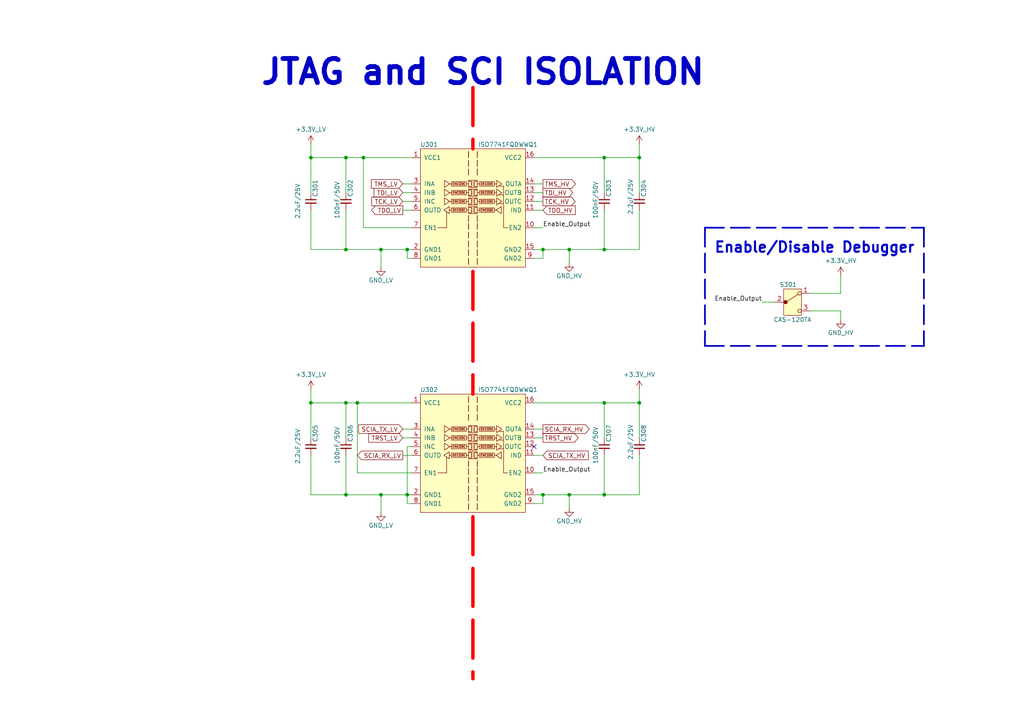
<source format=kicad_sch>
(kicad_sch (version 20211123) (generator eeschema)
  (paper "A4")
  (title_block (title "LCB-CCB-01: Control Board - Isolation") (date "2022-03-17") (rev "0.1") (company "PADERBORN UNIVERSITY DEPARTMENT OF POWER ELECTRONICS AND ELECTRICAL DRIVES"))
  (lib_symbols
    (symbol "LEA_SymbolLibrary:+3.3V_HV" (power) (pin_numbers hide) (pin_names (offset 0))
      (property "Value" "+3.3V_HV" (at 0 5.08 0))
      (symbol "+3.3V_HV_1_1"
        (polyline (pts (xy -0.762 1.27) (xy 0 2.54)))
        (polyline (pts (xy 0 0) (xy 0 2.54)))
        (polyline (pts (xy 0 2.54) (xy 0.762 1.27)))
        (pin power_in line (at 0 0 90) (length 0) hide (name "+3.3V_HV") (number "1"))
      )
    )
    (symbol "LEA_SymbolLibrary:+3.3V_LV" (power) (pin_numbers hide) (pin_names (offset 0))
      (property "Value" "+3.3V_LV" (at 0 5.08 0))
      (symbol "+3.3V_LV_1_1"
        (polyline (pts (xy -0.762 1.27) (xy 0 2.54)))
        (polyline (pts (xy 0 0) (xy 0 2.54)))
        (polyline (pts (xy 0 2.54) (xy 0.762 1.27)))
        (pin power_in line (at 0 0 90) (length 0) hide (name "+3.3V_LV") (number "1"))
      )
    )
    (symbol "LEA_SymbolLibrary:CAS-120TA" (pin_names hide)
      (property "Reference" "S" (at 0 5.08 0))
      (property "Value" "CAS-120TA" (at 0 7.62 0))
      (symbol "CAS-120TA_1_1"
        (circle (center -2.032 0) (radius 0.508) (fill (type outline)))
        (polyline (pts (xy -1.524 0.254) (xy 1.651 2.286)))
        (circle (center 2.032 -2.54) (radius 0.508))
        (circle (center 2.032 2.54) (radius 0.508))
        (rectangle (start 2.54 -3.81) (end -2.54 3.81) (fill (type background)))
        (pin passive line (at 5.08 2.54 180) (length 2.54) (name "1") (number "1"))
        (pin passive line (at -5.08 0 0) (length 2.54) (name "2") (number "2"))
        (pin passive line (at 5.08 -2.54 180) (length 2.54) (name "3") (number "3"))
      )
    )
    (symbol "LEA_SymbolLibrary:C_0402" (pin_numbers hide) (pin_names (offset 0.254) hide)
      (property "Reference" "C" (at 0.254 1.778 0))
      (property "Value" "C_0402" (at 0.254 -2.032 0))
      (symbol "C_0402_0_1"
        (polyline (pts (xy -1.524 -0.508) (xy 1.524 -0.508)) (stroke (width 0.3302)))
        (polyline (pts (xy -1.524 0.508) (xy 1.524 0.508)) (stroke (width 0.3048)))
      )
      (symbol "C_0402_1_1"
        (pin passive line (at 0 2.54 270) (length 2.032) (name "1") (number "1"))
        (pin passive line (at 0 -2.54 90) (length 2.032) (name "2") (number "2"))
      )
    )
    (symbol "LEA_SymbolLibrary:GND_HV" (power) (pin_numbers hide) (pin_names (offset 0))
      (property "Value" "GND_HV" (at -2.54 5.08 0))
      (symbol "GND_HV_1_1"
        (polyline (pts (xy 0 0) (xy 0 -1.27) (xy 1.27 -1.27) (xy 0 -2.54) (xy -1.27 -1.27) (xy 0 -1.27)))
        (pin power_in line (at 0 0 90) (length 0) hide (name "GND_HV") (number "1"))
      )
    )
    (symbol "LEA_SymbolLibrary:GND_LV" (power) (pin_numbers hide) (pin_names (offset 0))
      (property "Value" "GND_LV" (at 0 -5.08 0))
      (symbol "GND_LV_1_1"
        (polyline (pts (xy 0 0) (xy 0 -1.27) (xy 1.27 -1.27) (xy 0 -2.54) (xy -1.27 -1.27) (xy 0 -1.27)))
        (pin power_in line (at 0 0 90) (length 0) hide (name "GND_LV") (number "1"))
      )
    )
    (symbol "LEA_SymbolLibrary:ISO7741FQDWWQ1" (pin_names (offset 1.016))
      (property "Reference" "IC" (at -14.224 15.24 0))
      (property "Value" "ISO7741FQDWWQ1" (at -6.858 -21.844 0))
      (symbol "ISO7741FQDWWQ1_0_1"
        (rectangle (start -15.24 13.97) (end 15.24 -20.32) (fill (type background)))
        (rectangle (start -10.16 -8.89) (end -7.62 -8.89))
        (rectangle (start -7.62 -8.89) (end -7.62 -5.08))
        (rectangle (start -7.62 -5.08) (end -7.62 -4.318))
        (polyline (pts (xy 10.16 -8.89) (xy 8.89 -8.89) (xy 8.89 -1.905) (xy 7.62 -1.905) (xy 8.89 -1.905) (xy 8.89 0.635) (xy 7.62 0.635) (xy 8.89 0.635) (xy 8.89 3.175) (xy 7.62 3.175)))
      )
      (symbol "ISO7741FQDWWQ1_1_1"
        (rectangle (start -1.905 -3.1496) (end -6.223 -4.4196))
        (rectangle (start -1.905 -0.635) (end -6.223 -1.905))
        (rectangle (start -1.905 1.905) (end -6.223 0.635))
        (rectangle (start -1.905 4.445) (end -6.223 3.175))
        (rectangle (start -1.27 -0.254) (end 1.27 -2.286))
        (rectangle (start -1.27 2.286) (end 1.27 0.254))
        (rectangle (start -1.27 4.826) (end 1.27 2.794))
        (arc (start -0.508 -4.5466) (mid -0.254 -4.2926) (end -0.508 -4.0386))
        (arc (start -0.508 -4.0386) (mid -0.254 -3.7846) (end -0.508 -3.5306))
        (arc (start -0.508 -3.5306) (mid -0.254 -3.2766) (end -0.508 -3.0226))
        (arc (start -0.508 -2.032) (mid -0.254 -1.778) (end -0.508 -1.524))
        (arc (start -0.508 -1.524) (mid -0.254 -1.27) (end -0.508 -1.016))
        (arc (start -0.508 -1.016) (mid -0.254 -0.762) (end -0.508 -0.508))
        (arc (start -0.508 0.508) (mid -0.254 0.762) (end -0.508 1.016))
        (arc (start -0.508 1.016) (mid -0.254 1.27) (end -0.508 1.524))
        (arc (start -0.508 1.524) (mid -0.254 1.778) (end -0.508 2.032))
        (arc (start -0.508 3.048) (mid -0.254 3.302) (end -0.508 3.556))
        (arc (start -0.508 3.556) (mid -0.254 3.81) (end -0.508 4.064))
        (arc (start -0.508 4.064) (mid -0.254 4.318) (end -0.508 4.572))
        (polyline (pts (xy -6.223 -3.7846) (xy -6.858 -3.7846)))
        (polyline (pts (xy -6.223 -1.27) (xy -6.858 -1.27)))
        (polyline (pts (xy -6.223 1.27) (xy -6.858 1.27)))
        (polyline (pts (xy -6.223 3.81) (xy -6.858 3.81)))
        (polyline (pts (xy -1.905 -3.7846) (xy -1.27 -3.7846)))
        (polyline (pts (xy -1.905 -1.27) (xy -1.27 -1.27)))
        (polyline (pts (xy -1.905 1.27) (xy -1.27 1.27)))
        (polyline (pts (xy -1.905 3.81) (xy -1.27 3.81)))
        (polyline (pts (xy -1.27 -4.5466) (xy -0.508 -4.5466)))
        (polyline (pts (xy -1.27 -3.0226) (xy -0.508 -3.0226)))
        (polyline (pts (xy -1.27 -2.032) (xy -0.508 -2.032)))
        (polyline (pts (xy -1.27 -0.508) (xy -0.508 -0.508)))
        (polyline (pts (xy -1.27 0.508) (xy -0.508 0.508)))
        (polyline (pts (xy -1.27 2.032) (xy -0.508 2.032)))
        (polyline (pts (xy -1.27 3.048) (xy -0.508 3.048)))
        (polyline (pts (xy -1.27 4.572) (xy -0.508 4.572)))
        (polyline (pts (xy 0 -22.098) (xy 0 -22.098)) (stroke (width 0.4064)))
        (polyline (pts (xy 0 -18.288) (xy 0 -18.288)) (stroke (width 0.1016)))
        (polyline (pts (xy 0 -17.018) (xy 0 -17.018)) (stroke (width 0.4064)))
        (polyline (pts (xy 0 -13.208) (xy 0 -13.208)) (stroke (width 0.1016)))
        (polyline (pts (xy 0 -11.938) (xy 0 -11.938)) (stroke (width 0.4064)))
        (polyline (pts (xy 0 -8.128) (xy 0 -8.128)) (stroke (width 0.1016)))
        (polyline (pts (xy 0 -7.112) (xy 0 -7.112)) (stroke (width 0.4064)))
        (polyline (pts (xy 0 -3.302) (xy 0 -3.302)) (stroke (width 0.1016)))
        (polyline (pts (xy 0 3.81) (xy 0 3.81)) (stroke (width 0.4064)))
        (polyline (pts (xy 0 7.62) (xy 0 7.62)) (stroke (width 0.1016)))
        (polyline (pts (xy 0 8.89) (xy 0 8.89)) (stroke (width 0.4064)))
        (polyline (pts (xy 0 12.7) (xy 0 12.7)) (stroke (width 0.1016)))
        (polyline (pts (xy 1.27 -4.5466) (xy 0.508 -4.5466)))
        (polyline (pts (xy 1.27 -3.0226) (xy 0.508 -3.0226)))
        (polyline (pts (xy 1.27 -2.032) (xy 0.508 -2.032)))
        (polyline (pts (xy 1.27 -0.508) (xy 0.508 -0.508)))
        (polyline (pts (xy 1.27 0.508) (xy 0.508 0.508)))
        (polyline (pts (xy 1.27 2.032) (xy 0.508 2.032)))
        (polyline (pts (xy 1.27 3.048) (xy 0.508 3.048)))
        (polyline (pts (xy 1.27 4.572) (xy 0.508 4.572)))
        (polyline (pts (xy 1.905 -3.7846) (xy 1.27 -3.7846)))
        (polyline (pts (xy 1.905 -1.27) (xy 1.27 -1.27)))
        (polyline (pts (xy 1.905 1.27) (xy 1.27 1.27)))
        (polyline (pts (xy 1.905 3.81) (xy 1.27 3.81)))
        (polyline (pts (xy 6.223 -3.7846) (xy 6.858 -3.7846)))
        (polyline (pts (xy 6.223 -1.27) (xy 6.858 -1.27)))
        (polyline (pts (xy 6.223 1.27) (xy 6.858 1.27)))
        (polyline (pts (xy 6.223 3.81) (xy 6.858 3.81)))
        (polyline (pts (xy -1.27 -17.78) (xy -1.27 -19.304) (xy -1.27 -19.558)) (stroke (width 0.2032)))
        (polyline (pts (xy -1.27 -15.24) (xy -1.27 -16.764) (xy -1.27 -17.018)) (stroke (width 0.2032)))
        (polyline (pts (xy -1.27 -12.7) (xy -1.27 -14.224) (xy -1.27 -14.478)) (stroke (width 0.2032)))
        (polyline (pts (xy -1.27 -10.16) (xy -1.27 -11.684) (xy -1.27 -11.938)) (stroke (width 0.2032)))
        (polyline (pts (xy -1.27 -7.62) (xy -1.27 -9.144) (xy -1.27 -9.398)) (stroke (width 0.2032)))
        (polyline (pts (xy -1.27 -5.334) (xy -1.27 -6.858) (xy -1.27 -7.112)) (stroke (width 0.2032)))
        (polyline (pts (xy -1.27 8.128) (xy -1.27 6.604) (xy -1.27 6.35)) (stroke (width 0.2032)))
        (polyline (pts (xy -1.27 10.668) (xy -1.27 9.144) (xy -1.27 8.89)) (stroke (width 0.2032)))
        (polyline (pts (xy -1.27 13.208) (xy -1.27 11.684) (xy -1.27 11.43)) (stroke (width 0.2032)))
        (polyline (pts (xy 1.27 -17.78) (xy 1.27 -19.304) (xy 1.27 -19.558)) (stroke (width 0.2032)))
        (polyline (pts (xy 1.27 -15.24) (xy 1.27 -16.764) (xy 1.27 -17.018)) (stroke (width 0.2032)))
        (polyline (pts (xy 1.27 -12.7) (xy 1.27 -14.224) (xy 1.27 -14.478)) (stroke (width 0.2032)))
        (polyline (pts (xy 1.27 -10.16) (xy 1.27 -11.684) (xy 1.27 -11.938)) (stroke (width 0.2032)))
        (polyline (pts (xy 1.27 -7.62) (xy 1.27 -9.144) (xy 1.27 -9.398)) (stroke (width 0.2032)))
        (polyline (pts (xy 1.27 -5.334) (xy 1.27 -6.858) (xy 1.27 -7.112)) (stroke (width 0.2032)))
        (polyline (pts (xy 1.27 8.128) (xy 1.27 6.604) (xy 1.27 6.35)) (stroke (width 0.2032)))
        (polyline (pts (xy 1.27 10.668) (xy 1.27 9.144) (xy 1.27 8.89)) (stroke (width 0.2032)))
        (polyline (pts (xy 1.27 13.208) (xy 1.27 11.684) (xy 1.27 11.43)) (stroke (width 0.2032)))
        (polyline (pts (xy -8.382 -3.7846) (xy -6.858 -2.7686) (xy -6.858 -4.8006) (xy -8.382 -3.7846)))
        (polyline (pts (xy -6.731 -1.27) (xy -8.255 -0.254) (xy -8.255 -2.286) (xy -6.731 -1.27)))
        (polyline (pts (xy -6.731 1.27) (xy -8.255 2.286) (xy -8.255 0.254) (xy -6.731 1.27)))
        (polyline (pts (xy -6.731 3.81) (xy -8.255 4.826) (xy -8.255 2.794) (xy -6.731 3.81)))
        (polyline (pts (xy 6.731 -3.7846) (xy 8.255 -2.7686) (xy 8.255 -4.8006) (xy 6.731 -3.7846)))
        (polyline (pts (xy 8.382 -1.27) (xy 6.858 -0.254) (xy 6.858 -2.286) (xy 8.382 -1.27)))
        (polyline (pts (xy 8.382 1.27) (xy 6.858 2.286) (xy 6.858 0.254) (xy 8.382 1.27)))
        (polyline (pts (xy 8.382 3.81) (xy 6.858 4.826) (xy 6.858 2.794) (xy 8.382 3.81)))
        (arc (start 0.508 -4.0386) (mid 0.254 -4.2926) (end 0.508 -4.5466))
        (arc (start 0.508 -3.5306) (mid 0.254 -3.7846) (end 0.508 -4.0386))
        (arc (start 0.508 -3.0226) (mid 0.254 -3.2766) (end 0.508 -3.5306))
        (arc (start 0.508 -1.524) (mid 0.254 -1.778) (end 0.508 -2.032))
        (arc (start 0.508 -1.016) (mid 0.254 -1.27) (end 0.508 -1.524))
        (arc (start 0.508 -0.508) (mid 0.254 -0.762) (end 0.508 -1.016))
        (arc (start 0.508 1.016) (mid 0.254 0.762) (end 0.508 0.508))
        (arc (start 0.508 1.524) (mid 0.254 1.27) (end 0.508 1.016))
        (arc (start 0.508 2.032) (mid 0.254 1.778) (end 0.508 1.524))
        (arc (start 0.508 3.556) (mid 0.254 3.302) (end 0.508 3.048))
        (arc (start 0.508 4.064) (mid 0.254 3.81) (end 0.508 3.556))
        (arc (start 0.508 4.572) (mid 0.254 4.318) (end 0.508 4.064))
        (rectangle (start 1.27 -2.7686) (end -1.27 -4.8006))
        (rectangle (start 1.905 -3.1496) (end 6.223 -4.4196))
        (rectangle (start 1.905 -0.635) (end 6.223 -1.905))
        (rectangle (start 1.905 1.905) (end 6.223 0.635))
        (rectangle (start 1.905 4.445) (end 6.223 3.175))
        (text "DECODE" (at -4.064 -3.7846 0) (effects (font (size 0.635 0.635))))
        (text "DECODE" (at 4.064 -1.27 0) (effects (font (size 0.635 0.635))))
        (text "DECODE" (at 4.064 1.27 0) (effects (font (size 0.635 0.635))))
        (text "DECODE" (at 4.064 3.81 0) (effects (font (size 0.635 0.635))))
        (text "ENCODE" (at -4.064 -1.27 0) (effects (font (size 0.635 0.635))))
        (text "ENCODE" (at -4.064 1.27 0) (effects (font (size 0.635 0.635))))
        (text "ENCODE" (at -4.064 3.81 0) (effects (font (size 0.635 0.635))))
        (text "ENCODE" (at 4.064 -3.7846 0) (effects (font (size 0.635 0.635))))
        (pin power_in line (at -17.78 11.43 0) (length 2.54) (name "VCC1") (number "1"))
        (pin passive line (at 17.78 -8.89 180) (length 2.54) (name "EN2") (number "10"))
        (pin input line (at 17.78 -3.81 180) (length 2.54) (name "IND") (number "11"))
        (pin output line (at 17.78 -1.27 180) (length 2.54) (name "OUTC") (number "12"))
        (pin output line (at 17.78 1.27 180) (length 2.54) (name "OUTB") (number "13"))
        (pin output line (at 17.78 3.81 180) (length 2.54) (name "OUTA") (number "14"))
        (pin power_in line (at 17.78 -15.24 180) (length 2.54) (name "GND2") (number "15"))
        (pin power_in line (at 17.78 11.43 180) (length 2.54) (name "VCC2") (number "16"))
        (pin power_in line (at -17.78 -15.24 0) (length 2.54) (name "GND1") (number "2"))
        (pin input line (at -17.78 3.81 0) (length 2.54) (name "INA") (number "3"))
        (pin input line (at -17.78 1.27 0) (length 2.54) (name "INB") (number "4"))
        (pin input line (at -17.78 -1.27 0) (length 2.54) (name "INC") (number "5"))
        (pin output line (at -17.78 -3.81 0) (length 2.54) (name "OUTD") (number "6"))
        (pin passive line (at -17.78 -8.89 0) (length 2.54) (name "EN1") (number "7"))
        (pin power_in line (at -17.78 -17.78 0) (length 2.54) (name "GND1") (number "8"))
        (pin power_in line (at 17.78 -17.78 180) (length 2.54) (name "GND2") (number "9"))
      )
    )
  )
  (junction (at 175.26 72.39))
  (junction (at 90.17 116.84))
  (junction (at 100.33 45.72))
  (junction (at 100.33 143.51))
  (junction (at 157.48 72.39))
  (junction (at 105.41 45.72))
  (junction (at 110.49 143.51))
  (junction (at 110.49 72.39))
  (junction (at 103.632 116.84))
  (junction (at 175.26 116.84))
  (junction (at 157.48 143.51))
  (junction (at 90.17 45.72))
  (junction (at 100.33 72.39))
  (junction (at 100.33 116.84))
  (junction (at 185.42 116.84))
  (junction (at 118.11 143.51))
  (junction (at 118.11 72.39))
  (junction (at 175.26 143.51))
  (junction (at 165.1 72.39))
  (junction (at 185.42 45.72))
  (junction (at 175.26 45.72))
  (junction (at 165.1 143.51))
  (no_connect (at 154.94 129.54))
  (wire (pts (xy 157.48 72.39) (xy 165.1 72.39)))
  (wire (pts (xy 154.94 53.34) (xy 157.48 53.34)))
  (wire (pts (xy 175.26 132.08) (xy 175.26 143.51)))
  (wire (pts (xy 165.1 72.39) (xy 175.26 72.39)))
  (wire (pts (xy 119.38 129.54) (xy 118.11 129.54)))
  (wire (pts (xy 175.26 116.84) (xy 185.42 116.84)))
  (wire (pts (xy 116.84 53.34) (xy 119.38 53.34)))
  (wire (pts (xy 154.94 66.04) (xy 157.48 66.04)))
  (wire (pts (xy 154.94 137.16) (xy 157.48 137.16)))
  (wire (pts (xy 90.17 55.88) (xy 90.17 45.72)))
  (wire (pts (xy 185.42 132.08) (xy 185.42 143.51)))
  (wire (pts (xy 103.632 137.16) (xy 103.632 116.84)))
  (wire (pts (xy 100.33 116.84) (xy 103.632 116.84)))
  (wire (pts (xy 185.42 45.72) (xy 185.42 41.91)))
  (wire (pts (xy 119.38 146.05) (xy 118.11 146.05)))
  (wire (pts (xy 154.94 58.42) (xy 157.48 58.42)))
  (wire (pts (xy 154.94 74.93) (xy 157.48 74.93)))
  (wire (pts (xy 154.94 60.96) (xy 157.48 60.96)))
  (wire (pts (xy 90.17 113.03) (xy 90.17 116.84)))
  (wire (pts (xy 90.17 45.72) (xy 100.33 45.72)))
  (wire (pts (xy 165.1 143.51) (xy 175.26 143.51)))
  (wire (pts (xy 154.94 116.84) (xy 175.26 116.84)))
  (wire (pts (xy 165.1 76.2) (xy 165.1 72.39)))
  (wire (pts (xy 154.94 132.08) (xy 157.48 132.08)))
  (wire (pts (xy 116.84 132.08) (xy 119.38 132.08)))
  (wire (pts (xy 116.84 60.96) (xy 119.38 60.96)))
  (wire (pts (xy 154.94 72.39) (xy 157.48 72.39)))
  (wire (pts (xy 157.48 143.51) (xy 165.1 143.51)))
  (polyline (pts (xy 137.16 78.74) (xy 137.16 114.3)) (stroke (width 1) (color 255 0 0 1)))
  (polyline (pts (xy 137.16 149.86) (xy 137.16 196.85)) (stroke (width 1) (type dash) (color 255 0 0 1)))
  (wire (pts (xy 105.41 66.04) (xy 105.41 45.72)))
  (wire (pts (xy 110.49 143.51) (xy 110.49 148.59)))
  (wire (pts (xy 154.94 45.72) (xy 175.26 45.72)))
  (wire (pts (xy 185.42 55.88) (xy 185.42 45.72)))
  (wire (pts (xy 118.11 129.54) (xy 118.11 143.51)))
  (wire (pts (xy 90.17 60.96) (xy 90.17 72.39)))
  (wire (pts (xy 100.33 72.39) (xy 110.49 72.39)))
  (wire (pts (xy 175.26 60.96) (xy 175.26 72.39)))
  (wire (pts (xy 105.41 45.72) (xy 119.38 45.72)))
  (wire (pts (xy 118.11 74.93) (xy 118.11 72.39)))
  (wire (pts (xy 100.33 116.84) (xy 100.33 127)))
  (wire (pts (xy 243.84 90.17) (xy 234.95 90.17)))
  (wire (pts (xy 90.17 143.51) (xy 100.33 143.51)))
  (wire (pts (xy 116.84 55.88) (xy 119.38 55.88)))
  (wire (pts (xy 116.84 124.46) (xy 119.38 124.46)))
  (wire (pts (xy 100.33 45.72) (xy 105.41 45.72)))
  (wire (pts (xy 157.48 146.05) (xy 157.48 143.51)))
  (polyline (pts (xy 204.47 100.33) (xy 267.97 100.33)) (stroke (width 0.5)))
  (wire (pts (xy 110.49 143.51) (xy 118.11 143.51)))
  (wire (pts (xy 175.26 72.39) (xy 185.42 72.39)))
  (wire (pts (xy 90.17 127) (xy 90.17 116.84)))
  (wire (pts (xy 185.42 127) (xy 185.42 116.84)))
  (wire (pts (xy 100.33 45.72) (xy 100.33 55.88)))
  (wire (pts (xy 165.1 147.32) (xy 165.1 143.51)))
  (wire (pts (xy 119.38 74.93) (xy 118.11 74.93)))
  (wire (pts (xy 243.84 85.09) (xy 243.84 80.01)))
  (wire (pts (xy 175.26 55.88) (xy 175.26 45.72)))
  (wire (pts (xy 103.632 116.84) (xy 119.38 116.84)))
  (polyline (pts (xy 267.97 66.04) (xy 267.97 100.33)) (stroke (width 0.5)))
  (polyline (pts (xy 204.47 66.04) (xy 204.47 100.33)) (stroke (width 0.5)))
  (polyline (pts (xy 204.47 66.04) (xy 267.97 66.04)) (stroke (width 0.5)))
  (wire (pts (xy 103.632 137.16) (xy 119.38 137.16)))
  (wire (pts (xy 234.95 85.09) (xy 243.84 85.09)))
  (wire (pts (xy 118.11 143.51) (xy 119.38 143.51)))
  (wire (pts (xy 154.94 55.88) (xy 157.48 55.88)))
  (wire (pts (xy 154.94 124.46) (xy 157.48 124.46)))
  (wire (pts (xy 157.48 74.93) (xy 157.48 72.39)))
  (wire (pts (xy 185.42 116.84) (xy 185.42 113.03)))
  (wire (pts (xy 243.84 92.71) (xy 243.84 90.17)))
  (wire (pts (xy 118.11 146.05) (xy 118.11 143.51)))
  (wire (pts (xy 119.38 58.42) (xy 116.84 58.42)))
  (wire (pts (xy 110.49 72.39) (xy 110.49 77.47)))
  (wire (pts (xy 90.17 116.84) (xy 100.33 116.84)))
  (wire (pts (xy 100.33 132.08) (xy 100.33 143.51)))
  (wire (pts (xy 175.26 143.51) (xy 185.42 143.51)))
  (wire (pts (xy 100.33 60.96) (xy 100.33 72.39)))
  (polyline (pts (xy 137.16 25.4) (xy 137.16 43.18)) (stroke (width 1) (type dash) (color 255 0 0 1)))
  (wire (pts (xy 116.84 127) (xy 119.38 127)))
  (wire (pts (xy 154.94 146.05) (xy 157.48 146.05)))
  (wire (pts (xy 154.94 127) (xy 157.48 127)))
  (wire (pts (xy 90.17 41.91) (xy 90.17 45.72)))
  (wire (pts (xy 105.41 66.04) (xy 119.38 66.04)))
  (wire (pts (xy 220.98 87.63) (xy 224.79 87.63)))
  (wire (pts (xy 175.26 127) (xy 175.26 116.84)))
  (wire (pts (xy 90.17 72.39) (xy 100.33 72.39)))
  (wire (pts (xy 118.11 72.39) (xy 119.38 72.39)))
  (wire (pts (xy 100.33 143.51) (xy 110.49 143.51)))
  (wire (pts (xy 185.42 60.96) (xy 185.42 72.39)))
  (wire (pts (xy 110.49 72.39) (xy 118.11 72.39)))
  (wire (pts (xy 154.94 143.51) (xy 157.48 143.51)))
  (wire (pts (xy 90.17 132.08) (xy 90.17 143.51)))
  (wire (pts (xy 175.26 45.72) (xy 185.42 45.72)))
  (text "JTAG and SCI ISOLATION" (at 204.978 25.146 180) (effects (font (size 7 7) bold) (justify right bottom)))
  (text "Enable/Disable Debugger" (at 207.01 73.66 0) (effects (font (size 3 3) (thickness 0.6) bold) (justify left bottom)))
  (label "Enable_Output" (at 157.48 66.04 0))
  (label "Enable_Output" (at 157.48 137.16 0))
  (label "Enable_Output" (at 220.98 87.63 180))
  (global_label "TCK_LV" (shape input) (at 116.84 58.42 180) (property "Intersheet References" "${INTERSHEET_REFS}" (effects hide)))
  (global_label "SCIA_TX_HV" (shape input) (at 157.48 132.08 0) (property "Intersheet References" "${INTERSHEET_REFS}" (effects hide)))
  (global_label "SCIA_RX_HV" (shape output) (at 157.48 124.46 0) (property "Intersheet References" "${INTERSHEET_REFS}" (effects hide)))
  (global_label "TMS_HV" (shape output) (at 157.48 53.34 0) (property "Intersheet References" "${INTERSHEET_REFS}" (effects hide)))
  (global_label "TRST_LV" (shape input) (at 116.84 127 180) (property "Intersheet References" "${INTERSHEET_REFS}" (effects hide)))
  (global_label "SCIA_TX_LV" (shape input) (at 116.84 124.46 180) (property "Intersheet References" "${INTERSHEET_REFS}" (effects hide)))
  (global_label "TDO_LV" (shape output) (at 116.84 60.96 180) (property "Intersheet References" "${INTERSHEET_REFS}" (effects hide)))
  (global_label "TDO_HV" (shape input) (at 157.48 60.96 0) (property "Intersheet References" "${INTERSHEET_REFS}" (effects hide)))
  (global_label "SCIA_RX_LV" (shape output) (at 116.84 132.08 180) (property "Intersheet References" "${INTERSHEET_REFS}" (effects hide)))
  (global_label "TDI_HV" (shape output) (at 157.48 55.88 0) (property "Intersheet References" "${INTERSHEET_REFS}" (effects hide)))
  (global_label "TDI_LV" (shape input) (at 116.84 55.88 180) (property "Intersheet References" "${INTERSHEET_REFS}" (effects hide)))
  (global_label "TMS_LV" (shape input) (at 116.84 53.34 180) (property "Intersheet References" "${INTERSHEET_REFS}" (effects hide)))
  (global_label "TRST_HV" (shape output) (at 157.48 127 0) (property "Intersheet References" "${INTERSHEET_REFS}" (effects hide)))
  (global_label "TCK_HV" (shape output) (at 157.48 58.42 0) (property "Intersheet References" "${INTERSHEET_REFS}" (effects hide)))
  (symbol (lib_id "LEA_SymbolLibrary:+3.3V_HV") (at 185.42 113.03 0) (unit 1)
    (property "Reference" "#PWR0308" (effects hide))
    (property "Value" "+3.3V_HV" (at 185.42 108.6358 0))
  )
  (symbol (lib_id "LEA_SymbolLibrary:GND_HV") (at 165.1 147.32 0) (unit 1)
    (property "Reference" "#PWR0309" (effects hide))
    (property "Value" "GND_HV" (at 165.1 151.13 0))
  )
  (symbol (lib_id "LEA_SymbolLibrary:+3.3V_LV") (at 90.17 113.03 0) (unit 1)
    (property "Reference" "#PWR0307" (effects hide))
    (property "Value" "+3.3V_LV" (at 90.17 108.6358 0))
  )
  (symbol (lib_id "LEA_SymbolLibrary:GND_LV") (at 110.49 148.59 0) (unit 1)
    (property "Reference" "#PWR0310" (effects hide))
    (property "Value" "GND_LV" (at 110.49 152.4 0))
  )
  (symbol (lib_id "LEA_SymbolLibrary:C_0402") (at 90.17 129.54 0) (unit 1)
    (property "Reference" "C305" (at 91.44 128.27 90) (effects (justify left)))
    (property "Value" "2.2uF/25V" (at 86.36 134.62 90) (effects (justify left)))
    (property "Footprint" "LEA_FootprintLibrary:C_0402" (effects hide))
  )
  (symbol (lib_id "LEA_SymbolLibrary:C_0402") (at 185.42 129.54 0) (unit 1)
    (property "Reference" "C308" (at 186.69 128.27 90) (effects (justify left)))
    (property "Value" "2.2uF/25V" (at 182.88 133.35 90) (effects (justify left)))
    (property "Footprint" "LEA_FootprintLibrary:C_0402" (effects hide))
  )
  (symbol (lib_id "LEA_SymbolLibrary:C_0402") (at 100.33 129.54 0) (unit 1)
    (property "Reference" "C306" (at 101.6 128.27 90) (effects (justify left)))
    (property "Value" "100nF/50V" (at 97.79 134.62 90) (effects (justify left)))
    (property "Footprint" "LEA_FootprintLibrary:C_0402" (effects hide))
  )
  (symbol (lib_id "LEA_SymbolLibrary:C_0402") (at 175.26 129.54 0) (unit 1)
    (property "Reference" "C307" (at 176.53 128.27 90) (effects (justify left)))
    (property "Value" "100nF/50V" (at 172.72 134.62 90) (effects (justify left)))
    (property "Footprint" "LEA_FootprintLibrary:C_0402" (effects hide))
  )
  (symbol (lib_id "LEA_SymbolLibrary:+3.3V_HV") (at 185.42 41.91 0) (unit 1)
    (property "Reference" "#PWR0302" (effects hide))
    (property "Value" "+3.3V_HV" (at 185.42 37.5158 0))
  )
  (symbol (lib_id "LEA_SymbolLibrary:GND_HV") (at 165.1 76.2 0) (unit 1)
    (property "Reference" "#PWR0303" (effects hide))
    (property "Value" "GND_HV" (at 165.1 80.01 0))
  )
  (symbol (lib_id "LEA_SymbolLibrary:+3.3V_LV") (at 90.17 41.91 0) (unit 1)
    (property "Reference" "#PWR0301" (effects hide))
    (property "Value" "+3.3V_LV" (at 90.17 37.5158 0))
  )
  (symbol (lib_id "LEA_SymbolLibrary:GND_LV") (at 110.49 77.47 0) (unit 1)
    (property "Reference" "#PWR0304" (effects hide))
    (property "Value" "GND_LV" (at 110.49 81.28 0))
  )
  (symbol (lib_id "LEA_SymbolLibrary:C_0402") (at 90.17 58.42 0) (unit 1)
    (property "Reference" "C301" (at 91.44 57.15 90) (effects (justify left)))
    (property "Value" "2.2uF/25V" (at 86.36 63.5 90) (effects (justify left)))
    (property "Footprint" "LEA_FootprintLibrary:C_0402" (effects hide))
  )
  (symbol (lib_id "LEA_SymbolLibrary:C_0402") (at 185.42 58.42 0) (unit 1)
    (property "Reference" "C304" (at 186.69 57.15 90) (effects (justify left)))
    (property "Value" "2.2uF/25V" (at 182.88 62.23 90) (effects (justify left)))
    (property "Footprint" "LEA_FootprintLibrary:C_0402" (effects hide))
  )
  (symbol (lib_id "LEA_SymbolLibrary:C_0402") (at 100.33 58.42 0) (unit 1)
    (property "Reference" "C302" (at 101.6 57.15 90) (effects (justify left)))
    (property "Value" "100nF/50V" (at 97.79 63.5 90) (effects (justify left)))
    (property "Footprint" "LEA_FootprintLibrary:C_0402" (effects hide))
  )
  (symbol (lib_id "LEA_SymbolLibrary:C_0402") (at 175.26 58.42 0) (unit 1)
    (property "Reference" "C303" (at 176.53 57.15 90) (effects (justify left)))
    (property "Value" "100nF/50V" (at 172.72 63.5 90) (effects (justify left)))
    (property "Footprint" "LEA_FootprintLibrary:C_0402" (effects hide))
  )
  (symbol (lib_id "LEA_SymbolLibrary:ISO7741FQDWWQ1") (at 137.16 57.15 0) (unit 1)
    (property "Reference" "U301" (at 124.46 41.91 0))
    (property "Value" "ISO7741FQDWWQ1" (at 147.32 41.91 0))
    (property "Footprint" "LEA_FootprintLibrary:SOIC-16_TI_DWW0016A_Optimized" (effects hide))
    (property "Datasheet" "https://www.ti.com/lit/ds/symlink/iso7741-q1.pdf?ts=1637972753620&ref_url=https%253A%252F%252Fwww.ti.com%252Fproduct%252FISO7741-Q1" (effects hide))
    (property "Manufacturer" "Texas Instruments" (effects hide))
    (property "Mouser No" "595-ISO7741FQDWWQ1" (effects hide))
    (property "Mfr. No" "ISO7741FQDWWQ1" (effects hide))
  )
  (symbol (lib_id "LEA_SymbolLibrary:ISO7741FQDWWQ1") (at 137.16 128.27 0) (unit 1)
    (property "Reference" "U302" (at 124.46 113.03 0))
    (property "Value" "ISO7741FQDWWQ1" (at 147.32 113.03 0))
    (property "Footprint" "LEA_FootprintLibrary:SOIC-16_TI_DWW0016A_Optimized" (effects hide))
    (property "Datasheet" "https://www.ti.com/lit/ds/symlink/iso7741-q1.pdf?ts=1637972753620&ref_url=https%253A%252F%252Fwww.ti.com%252Fproduct%252FISO7741-Q1" (effects hide))
    (property "Manufacturer" "Texas Instruments" (effects hide))
    (property "Mouser No" "595-ISO7741FQDWWQ1" (effects hide))
    (property "Mfr. No" "ISO7741FQDWWQ1" (effects hide))
  )
  (symbol (lib_id "LEA_SymbolLibrary:+3.3V_HV") (at 243.84 80.01 0) (unit 1)
    (property "Reference" "#PWR0305" (effects hide))
    (property "Value" "+3.3V_HV" (at 243.84 75.6158 0))
  )
  (symbol (lib_id "LEA_SymbolLibrary:GND_HV") (at 243.84 92.71 0) (unit 1)
    (property "Reference" "#PWR0306" (effects hide))
    (property "Value" "GND_HV" (at 243.84 96.52 0))
  )
  (symbol (lib_id "LEA_SymbolLibrary:CAS-120TA") (at 229.87 87.63 0) (unit 1)
    (property "Reference" "S301" (at 228.6 82.55 0))
    (property "Value" "CAS-120TA" (at 229.87 92.71 0))
    (property "Footprint" "LEA_FootprintLibrary:CAS-120TA" (effects hide))
    (property "Datasheet" "https://www.mouser.de/datasheet/2/972/cas-1628136.pdf" (effects hide))
    (property "Manufacturer" "Nidec" (effects hide))
    (property "Mouser No" "229-CAS-120TA" (effects hide))
    (property "Mfr. No" "CAS-120TA" (effects hide))
  )
)
</source>
